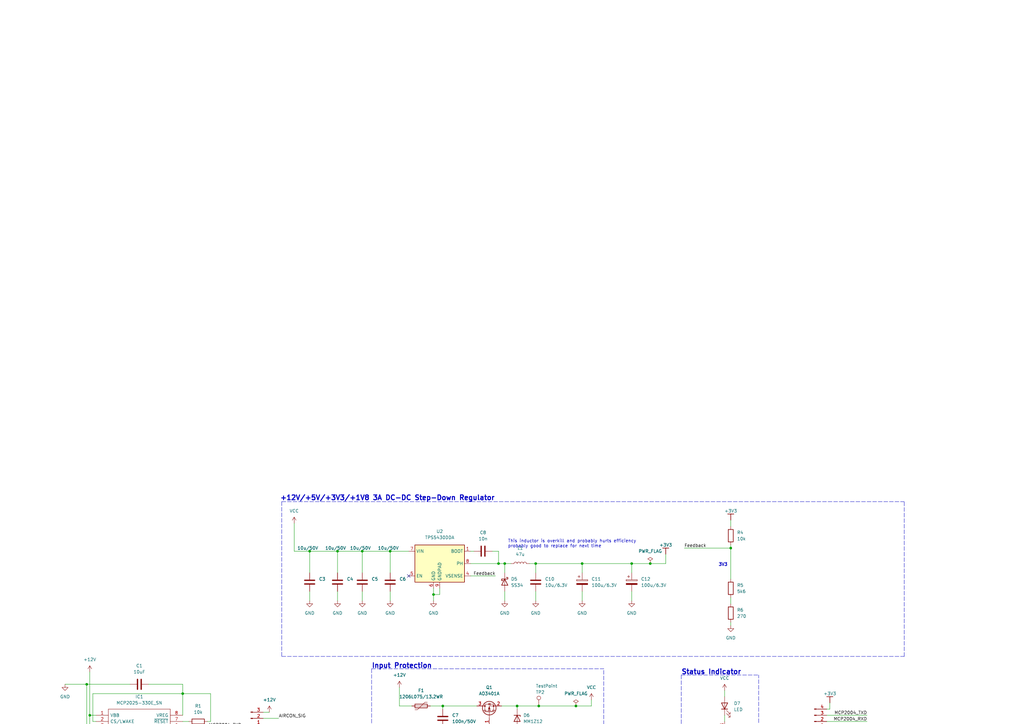
<source format=kicad_sch>
(kicad_sch (version 20230121) (generator eeschema)
  (paper "A3")
  (lib_symbols
    (symbol "Connector:Conn_01x03_Pin" (pin_names (offset 1.016) hide)
      (property "Reference" "J" (at 0 5.08 0))
      (property "Value" "Conn_01x03_Pin" (at 0 -5.08 0))
      (symbol "Conn_01x03_Pin_1_1"
        (polyline (pts (xy 1.27 -2.54) (xy 0.8636 -2.54)) (stroke (width 0.1524)))
        (polyline (pts (xy 1.27 0) (xy 0.8636 0)) (stroke (width 0.1524)))
        (polyline (pts (xy 1.27 2.54) (xy 0.8636 2.54)) (stroke (width 0.1524)))
        (rectangle (start 0.8636 -2.413) (end 0 -2.667) (stroke (width 0.1524)) (fill (type outline)))
        (rectangle (start 0.8636 0.127) (end 0 -0.127) (stroke (width 0.1524)) (fill (type outline)))
        (rectangle (start 0.8636 2.667) (end 0 2.413) (stroke (width 0.1524)) (fill (type outline)))
        (pin passive line (at 5.08 2.54 180) (length 3.81) (name "Pin_1") (number "1"))
        (pin passive line (at 5.08 0 180) (length 3.81) (name "Pin_2") (number "2"))
        (pin passive line (at 5.08 -2.54 180) (length 3.81) (name "Pin_3") (number "3"))
      )
    )
    (symbol "Connector:Conn_01x04_Pin" (pin_names (offset 1.016) hide)
      (property "Reference" "J" (at 0 5.08 0))
      (property "Value" "Conn_01x04_Pin" (at 0 -7.62 0))
      (symbol "Conn_01x04_Pin_1_1"
        (polyline (pts (xy 1.27 -5.08) (xy 0.8636 -5.08)) (stroke (width 0.1524)))
        (polyline (pts (xy 1.27 -2.54) (xy 0.8636 -2.54)) (stroke (width 0.1524)))
        (polyline (pts (xy 1.27 0) (xy 0.8636 0)) (stroke (width 0.1524)))
        (polyline (pts (xy 1.27 2.54) (xy 0.8636 2.54)) (stroke (width 0.1524)))
        (rectangle (start 0.8636 -4.953) (end 0 -5.207) (stroke (width 0.1524)) (fill (type outline)))
        (rectangle (start 0.8636 -2.413) (end 0 -2.667) (stroke (width 0.1524)) (fill (type outline)))
        (rectangle (start 0.8636 0.127) (end 0 -0.127) (stroke (width 0.1524)) (fill (type outline)))
        (rectangle (start 0.8636 2.667) (end 0 2.413) (stroke (width 0.1524)) (fill (type outline)))
        (pin passive line (at 5.08 2.54 180) (length 3.81) (name "Pin_1") (number "1"))
        (pin passive line (at 5.08 0 180) (length 3.81) (name "Pin_2") (number "2"))
        (pin passive line (at 5.08 -2.54 180) (length 3.81) (name "Pin_3") (number "3"))
        (pin passive line (at 5.08 -5.08 180) (length 3.81) (name "Pin_4") (number "4"))
      )
    )
    (symbol "Connector:TestPoint" (pin_numbers hide) (pin_names (offset 0.762) hide)
      (property "Reference" "TP" (at 0 6.858 0))
      (property "Value" "TestPoint" (at 0 5.08 0))
      (symbol "TestPoint_0_1"
        (circle (center 0 3.302) (radius 0.762))
      )
      (symbol "TestPoint_1_1"
        (pin passive line (at 0 0 90) (length 2.54) (name "1") (number "1"))
      )
    )
    (symbol "Device:C" (pin_numbers hide) (pin_names (offset 0.254))
      (property "Reference" "C" (at 0.635 2.54 0))
      (property "Value" "C" (at 0.635 -2.54 0))
      (symbol "C_0_1"
        (polyline (pts (xy -2.032 -0.762) (xy 2.032 -0.762)) (stroke (width 0.508)))
        (polyline (pts (xy -2.032 0.762) (xy 2.032 0.762)) (stroke (width 0.508)))
      )
      (symbol "C_1_1"
        (pin passive line (at 0 3.81 270) (length 2.794) (name "~") (number "1"))
        (pin passive line (at 0 -3.81 90) (length 2.794) (name "~") (number "2"))
      )
    )
    (symbol "Device:C_Polarized" (pin_numbers hide) (pin_names (offset 0.254))
      (property "Reference" "C" (at 0.635 2.54 0))
      (property "Value" "C_Polarized" (at 0.635 -2.54 0))
      (symbol "C_Polarized_0_1"
        (rectangle (start -2.286 0.508) (end 2.286 1.016))
        (polyline (pts (xy -1.778 2.286) (xy -0.762 2.286)))
        (polyline (pts (xy -1.27 2.794) (xy -1.27 1.778)))
        (rectangle (start 2.286 -0.508) (end -2.286 -1.016) (fill (type outline)))
      )
      (symbol "C_Polarized_1_1"
        (pin passive line (at 0 3.81 270) (length 2.794) (name "~") (number "1"))
        (pin passive line (at 0 -3.81 90) (length 2.794) (name "~") (number "2"))
      )
    )
    (symbol "Device:D_Schottky" (pin_numbers hide) (pin_names (offset 1.016) hide)
      (property "Reference" "D" (at 0 2.54 0))
      (property "Value" "D_Schottky" (at 0 -2.54 0))
      (symbol "D_Schottky_0_1"
        (polyline (pts (xy 1.27 0) (xy -1.27 0)))
        (polyline (pts (xy 1.27 1.27) (xy 1.27 -1.27) (xy -1.27 0) (xy 1.27 1.27)) (stroke (width 0.254)))
        (polyline (pts (xy -1.905 0.635) (xy -1.905 1.27) (xy -1.27 1.27) (xy -1.27 -1.27) (xy -0.635 -1.27) (xy -0.635 -0.635)) (stroke (width 0.254)))
      )
      (symbol "D_Schottky_1_1"
        (pin passive line (at -3.81 0 0) (length 2.54) (name "K") (number "1"))
        (pin passive line (at 3.81 0 180) (length 2.54) (name "A") (number "2"))
      )
    )
    (symbol "Device:D_Zener" (pin_numbers hide) (pin_names (offset 1.016) hide)
      (property "Reference" "D" (at 0 2.54 0))
      (property "Value" "D_Zener" (at 0 -2.54 0))
      (symbol "D_Zener_0_1"
        (polyline (pts (xy 1.27 0) (xy -1.27 0)))
        (polyline (pts (xy -1.27 -1.27) (xy -1.27 1.27) (xy -0.762 1.27)) (stroke (width 0.254)))
        (polyline (pts (xy 1.27 -1.27) (xy 1.27 1.27) (xy -1.27 0) (xy 1.27 -1.27)) (stroke (width 0.254)))
      )
      (symbol "D_Zener_1_1"
        (pin passive line (at -3.81 0 0) (length 2.54) (name "K") (number "1"))
        (pin passive line (at 3.81 0 180) (length 2.54) (name "A") (number "2"))
      )
    )
    (symbol "Device:L" (pin_numbers hide) (pin_names (offset 1.016) hide)
      (property "Reference" "L" (at -1.27 0 90))
      (property "Value" "L" (at 1.905 0 90))
      (symbol "L_0_1"
        (arc (start 0 -2.54) (mid 0.6323 -1.905) (end 0 -1.27))
        (arc (start 0 -1.27) (mid 0.6323 -0.635) (end 0 0))
        (arc (start 0 0) (mid 0.6323 0.635) (end 0 1.27))
        (arc (start 0 1.27) (mid 0.6323 1.905) (end 0 2.54))
      )
      (symbol "L_1_1"
        (pin passive line (at 0 3.81 270) (length 1.27) (name "1") (number "1"))
        (pin passive line (at 0 -3.81 90) (length 1.27) (name "2") (number "2"))
      )
    )
    (symbol "Device:LED" (pin_numbers hide) (pin_names (offset 1.016) hide)
      (property "Reference" "D" (at 0 2.54 0))
      (property "Value" "LED" (at 0 -2.54 0))
      (symbol "LED_0_1"
        (polyline (pts (xy -1.27 -1.27) (xy -1.27 1.27)) (stroke (width 0.254)))
        (polyline (pts (xy -1.27 0) (xy 1.27 0)))
        (polyline (pts (xy 1.27 -1.27) (xy 1.27 1.27) (xy -1.27 0) (xy 1.27 -1.27)) (stroke (width 0.254)))
        (polyline (pts (xy -3.048 -0.762) (xy -4.572 -2.286) (xy -3.81 -2.286) (xy -4.572 -2.286) (xy -4.572 -1.524)))
        (polyline (pts (xy -1.778 -0.762) (xy -3.302 -2.286) (xy -2.54 -2.286) (xy -3.302 -2.286) (xy -3.302 -1.524)))
      )
      (symbol "LED_1_1"
        (pin passive line (at -3.81 0 0) (length 2.54) (name "K") (number "1"))
        (pin passive line (at 3.81 0 180) (length 2.54) (name "A") (number "2"))
      )
    )
    (symbol "Device:Polyfuse" (pin_numbers hide) (pin_names (offset 0))
      (property "Reference" "F" (at -2.54 0 90))
      (property "Value" "Polyfuse" (at 2.54 0 90))
      (symbol "Polyfuse_0_1"
        (rectangle (start -0.762 2.54) (end 0.762 -2.54) (stroke (width 0.254)))
        (polyline (pts (xy 0 2.54) (xy 0 -2.54)))
        (polyline (pts (xy -1.524 2.54) (xy -1.524 1.524) (xy 1.524 -1.524) (xy 1.524 -2.54)))
      )
      (symbol "Polyfuse_1_1"
        (pin passive line (at 0 3.81 270) (length 1.27) (name "~") (number "1"))
        (pin passive line (at 0 -3.81 90) (length 1.27) (name "~") (number "2"))
      )
    )
    (symbol "Device:R" (pin_numbers hide) (pin_names (offset 0))
      (property "Reference" "R" (at 2.032 0 90))
      (property "Value" "R" (at 0 0 90))
      (symbol "R_0_1"
        (rectangle (start -1.016 -2.54) (end 1.016 2.54) (stroke (width 0.254)))
      )
      (symbol "R_1_1"
        (pin passive line (at 0 3.81 270) (length 1.27) (name "~") (number "1"))
        (pin passive line (at 0 -3.81 90) (length 1.27) (name "~") (number "2"))
      )
    )
    (symbol "Diode:ESD9B3.3ST5G" (pin_numbers hide) (pin_names (offset 1.016) hide)
      (property "Reference" "D" (at 0 2.54 0))
      (property "Value" "ESD9B3.3ST5G" (at 0 -2.54 0))
      (symbol "ESD9B3.3ST5G_0_1"
        (polyline (pts (xy 1.27 0) (xy -1.27 0)))
        (polyline (pts (xy -2.54 -1.27) (xy 0 0) (xy -2.54 1.27) (xy -2.54 -1.27)) (stroke (width 0.2032)))
        (polyline (pts (xy 0.508 1.27) (xy 0 1.27) (xy 0 -1.27) (xy -0.508 -1.27)) (stroke (width 0.2032)))
        (polyline (pts (xy 2.54 1.27) (xy 2.54 -1.27) (xy 0 0) (xy 2.54 1.27)) (stroke (width 0.2032)))
      )
      (symbol "ESD9B3.3ST5G_1_1"
        (pin passive line (at -3.81 0 0) (length 2.54) (name "A1") (number "1"))
        (pin passive line (at 3.81 0 180) (length 2.54) (name "A2") (number "2"))
      )
    )
    (symbol "Regulator_Switching:TPS5430DDA"
      (property "Reference" "U" (at -10.16 8.89 0))
      (property "Value" "TPS5430DDA" (at -1.27 8.89 0))
      (symbol "TPS5430DDA_0_1"
        (rectangle (start -10.16 7.62) (end 10.16 -7.62) (stroke (width 0.254)) (fill (type background)))
      )
      (symbol "TPS5430DDA_1_1"
        (pin input line (at 12.7 5.08 180) (length 2.54) (name "BOOT") (number "1"))
        (pin no_connect line (at -10.16 2.54 0) (length 2.54) hide (name "NC") (number "2"))
        (pin no_connect line (at -10.16 -2.54 0) (length 2.54) hide (name "NC") (number "3"))
        (pin input line (at 12.7 -5.08 180) (length 2.54) (name "VSENSE") (number "4"))
        (pin input line (at -12.7 -5.08 0) (length 2.54) (name "EN") (number "5"))
        (pin power_in line (at -2.54 -10.16 90) (length 2.54) (name "GND") (number "6"))
        (pin power_in line (at -12.7 5.08 0) (length 2.54) (name "VIN") (number "7"))
        (pin output line (at 12.7 0 180) (length 2.54) (name "PH") (number "8"))
        (pin power_in line (at 0 -10.16 90) (length 2.54) (name "GNDPAD") (number "9"))
      )
    )
    (symbol "SamacSys:MCP2025-330E_SN" (pin_names (offset 0.762))
      (property "Reference" "IC" (at 31.75 7.62 0))
      (property "Value" "MCP2025-330E_SN" (at 31.75 5.08 0))
      (symbol "MCP2025-330E_SN_0_0"
        (pin passive line (at 0 0 0) (length 5.08) (name "VBB") (number "1"))
        (pin passive line (at 0 -2.54 0) (length 5.08) (name "CS/LWAKE") (number "2"))
        (pin passive line (at 0 -5.08 0) (length 5.08) (name "VSS") (number "3"))
        (pin passive line (at 0 -7.62 0) (length 5.08) (name "LBUS") (number "4"))
        (pin passive line (at 35.56 -7.62 180) (length 5.08) (name "RXD") (number "5"))
        (pin passive line (at 35.56 -5.08 180) (length 5.08) (name "TXD") (number "6"))
        (pin passive line (at 35.56 -2.54 180) (length 5.08) (name "~{RESET}") (number "7"))
        (pin passive line (at 35.56 0 180) (length 5.08) (name "VREG") (number "8"))
      )
      (symbol "MCP2025-330E_SN_0_1"
        (polyline (pts (xy 5.08 2.54) (xy 30.48 2.54) (xy 30.48 -10.16) (xy 5.08 -10.16) (xy 5.08 2.54)) (stroke (width 0.1524)))
      )
    )
    (symbol "Transistor_BJT:MMBT3904" (pin_names (offset 0) hide)
      (property "Reference" "Q" (at 5.08 1.905 0))
      (property "Value" "MMBT3904" (at 5.08 0 0))
      (symbol "MMBT3904_0_1"
        (polyline (pts (xy 0.635 0.635) (xy 2.54 2.54)))
        (polyline (pts (xy 0.635 -0.635) (xy 2.54 -2.54) (xy 2.54 -2.54)))
        (polyline (pts (xy 0.635 1.905) (xy 0.635 -1.905) (xy 0.635 -1.905)) (stroke (width 0.508)))
        (polyline (pts (xy 1.27 -1.778) (xy 1.778 -1.27) (xy 2.286 -2.286) (xy 1.27 -1.778) (xy 1.27 -1.778)) (fill (type outline)))
        (circle (center 1.27 0) (radius 2.8194) (stroke (width 0.254)))
      )
      (symbol "MMBT3904_1_1"
        (pin input line (at -5.08 0 0) (length 5.715) (name "B") (number "1"))
        (pin passive line (at 2.54 -5.08 90) (length 2.54) (name "E") (number "2"))
        (pin passive line (at 2.54 5.08 270) (length 2.54) (name "C") (number "3"))
      )
    )
    (symbol "Transistor_FET:AO3401A" (pin_names hide)
      (property "Reference" "Q" (at 5.08 1.905 0))
      (property "Value" "AO3401A" (at 5.08 0 0))
      (symbol "AO3401A_0_1"
        (polyline (pts (xy 0.254 0) (xy -2.54 0)))
        (polyline (pts (xy 0.254 1.905) (xy 0.254 -1.905)) (stroke (width 0.254)))
        (polyline (pts (xy 0.762 -1.27) (xy 0.762 -2.286)) (stroke (width 0.254)))
        (polyline (pts (xy 0.762 0.508) (xy 0.762 -0.508)) (stroke (width 0.254)))
        (polyline (pts (xy 0.762 2.286) (xy 0.762 1.27)) (stroke (width 0.254)))
        (polyline (pts (xy 2.54 2.54) (xy 2.54 1.778)))
        (polyline (pts (xy 2.54 -2.54) (xy 2.54 0) (xy 0.762 0)))
        (polyline (pts (xy 0.762 1.778) (xy 3.302 1.778) (xy 3.302 -1.778) (xy 0.762 -1.778)))
        (polyline (pts (xy 2.286 0) (xy 1.27 0.381) (xy 1.27 -0.381) (xy 2.286 0)) (fill (type outline)))
        (polyline (pts (xy 2.794 -0.508) (xy 2.921 -0.381) (xy 3.683 -0.381) (xy 3.81 -0.254)))
        (polyline (pts (xy 3.302 -0.381) (xy 2.921 0.254) (xy 3.683 0.254) (xy 3.302 -0.381)))
        (circle (center 1.651 0) (radius 2.794) (stroke (width 0.254)))
        (circle (center 2.54 -1.778) (radius 0.254) (fill (type outline)))
        (circle (center 2.54 1.778) (radius 0.254) (fill (type outline)))
      )
      (symbol "AO3401A_1_1"
        (pin input line (at -5.08 0 0) (length 2.54) (name "G") (number "1"))
        (pin passive line (at 2.54 -5.08 90) (length 2.54) (name "S") (number "2"))
        (pin passive line (at 2.54 5.08 270) (length 2.54) (name "D") (number "3"))
      )
    )
    (symbol "esp-aircon-altium-import:+3V3" (power)
      (property "Reference" "#PWR" (at 0 0 0))
      (property "Value" "+3V3" (at 0 3.81 0))
      (symbol "+3V3_0_0"
        (polyline (pts (xy -1.27 -2.54) (xy 1.27 -2.54)) (stroke (width 0.254)))
        (polyline (pts (xy 0 0) (xy 0 -2.54)) (stroke (width 0.254)))
        (pin power_in line (at 0 0 0) (length 0) hide (name "+3V3") (number ""))
      )
    )
    (symbol "mcp2003:TJA1028TK_5V0_20_J" (pin_names (offset 0.254))
      (property "Reference" "U" (at 20.32 10.16 0))
      (property "Value" "TJA1028TK/5V0/20/J" (at 20.32 7.62 0))
      (symbol "TJA1028TK_5V0_20_J_0_1"
        (polyline (pts (xy 7.62 -15.24) (xy 33.02 -15.24)) (stroke (width 0.127)))
        (polyline (pts (xy 7.62 5.08) (xy 7.62 -15.24)) (stroke (width 0.127)))
        (polyline (pts (xy 33.02 -15.24) (xy 33.02 5.08)) (stroke (width 0.127)))
        (polyline (pts (xy 33.02 5.08) (xy 7.62 5.08)) (stroke (width 0.127)))
        (pin power_in line (at 0 0 0) (length 7.62) (name "VBAT") (number "1"))
        (pin input line (at 0 -2.54 0) (length 7.62) (name "EN") (number "2"))
        (pin power_in line (at 0 -5.08 0) (length 7.62) (name "GND") (number "3"))
        (pin unspecified line (at 0 -7.62 0) (length 7.62) (name "LIN") (number "4"))
        (pin output line (at 40.64 -10.16 180) (length 7.62) (name "RXD") (number "5"))
        (pin input line (at 40.64 -7.62 180) (length 7.62) (name "TXD") (number "6"))
        (pin output line (at 40.64 -5.08 180) (length 7.62) (name "RSTN") (number "7"))
        (pin power_in line (at 40.64 -2.54 180) (length 7.62) (name "VCC") (number "8"))
        (pin unspecified line (at 40.64 0 180) (length 7.62) (name "EPAD") (number "9"))
      )
    )
    (symbol "power:+12V" (power) (pin_names (offset 0))
      (property "Value" "+12V" (at 0 3.556 0))
      (symbol "+12V_0_1"
        (polyline (pts (xy -0.762 1.27) (xy 0 2.54)))
        (polyline (pts (xy 0 0) (xy 0 2.54)))
        (polyline (pts (xy 0 2.54) (xy 0.762 1.27)))
      )
      (symbol "+12V_1_1"
        (pin power_in line (at 0 0 90) (length 0) hide (name "+12V") (number "1"))
      )
    )
    (symbol "power:GND" (power) (pin_names (offset 0))
      (property "Value" "GND" (at 0 -3.81 0))
      (symbol "GND_0_1"
        (polyline (pts (xy 0 0) (xy 0 -1.27) (xy 1.27 -1.27) (xy 0 -2.54) (xy -1.27 -1.27) (xy 0 -1.27)))
      )
      (symbol "GND_1_1"
        (pin power_in line (at 0 0 270) (length 0) hide (name "GND") (number "1"))
      )
    )
    (symbol "power:PWR_FLAG" (power) (pin_numbers hide) (pin_names (offset 0) hide)
      (property "Value" "PWR_FLAG" (at 0 3.81 0))
      (symbol "PWR_FLAG_0_0"
        (pin power_out line (at 0 0 90) (length 0) (name "pwr") (number "1"))
      )
      (symbol "PWR_FLAG_0_1"
        (polyline (pts (xy 0 0) (xy 0 1.27) (xy -1.016 1.905) (xy 0 2.54) (xy 1.016 1.905) (xy 0 1.27)))
      )
    )
    (symbol "power:VCC" (power) (pin_names (offset 0))
      (property "Value" "VCC" (at 0 3.81 0))
      (symbol "VCC_0_1"
        (polyline (pts (xy -0.762 1.27) (xy 0 2.54)))
        (polyline (pts (xy 0 0) (xy 0 2.54)))
        (polyline (pts (xy 0 2.54) (xy 0.762 1.27)))
      )
      (symbol "VCC_1_1"
        (pin power_in line (at 0 0 90) (length 0) hide (name "VCC") (number "1"))
      )
    )
  )
  (junction (at 200.66 299.72) (diameter 0.9144))
  (junction (at 34.29 300.99))
  (junction (at 219.71 231.14) (diameter 0.9144))
  (junction (at 177.8 243.84) (diameter 0.9144))
  (junction (at 148.59 226.06) (diameter 0.9144))
  (junction (at 220.98 289.56) (diameter 0.9144))
  (junction (at 127 226.06) (diameter 0.9144))
  (junction (at 31.75 300.99))
  (junction (at 181.61 289.56) (diameter 0.9144))
  (junction (at 181.61 299.72) (diameter 0.9144))
  (junction (at 31.75 331.47))
  (junction (at 35.56 280.67))
  (junction (at 138.43 226.06) (diameter 0.9144))
  (junction (at 299.72 224.79) (diameter 0.9144))
  (junction (at 236.22 289.56) (diameter 0.9144))
  (junction (at 212.09 299.72) (diameter 0.9144))
  (junction (at 160.02 226.06) (diameter 0.9144))
  (junction (at 212.09 289.56) (diameter 0.9144))
  (junction (at 266.7 231.14) (diameter 0.9144))
  (junction (at 207.01 231.14) (diameter 0.9144))
  (junction (at 74.93 284.48))
  (junction (at 36.83 293.37))
  (junction (at 259.08 231.14) (diameter 0.9144))
  (junction (at 238.76 231.14) (diameter 0.9144))
  (junction (at 204.47 231.14) (diameter 0.9144))
  (no_connect (at 77.47 331.47))
  (no_connect (at 167.64 236.22))
  (wire (pts (xy 74.93 300.99) (xy 99.06 300.99)))
  (wire (pts (xy 181.61 298.45) (xy 181.61 299.72)))
  (wire (pts (xy 160.02 226.06) (xy 167.64 226.06)))
  (wire (pts (xy 259.08 242.57) (xy 259.08 246.38)))
  (wire (pts (xy 299.72 245.11) (xy 299.72 247.65)))
  (wire (pts (xy 200.66 297.18) (xy 200.66 299.72)))
  (wire (pts (xy 34.29 300.99) (xy 39.37 300.99)))
  (wire (pts (xy 201.93 226.06) (xy 204.47 226.06)))
  (wire (pts (xy 163.83 289.56) (xy 168.91 289.56)))
  (wire (pts (xy 138.43 226.06) (xy 148.59 226.06)))
  (wire (pts (xy 340.36 290.83) (xy 340.36 288.29)))
  (wire (pts (xy 181.61 299.72) (xy 170.18 299.72)))
  (wire (pts (xy 60.96 280.67) (xy 74.93 280.67)))
  (wire (pts (xy 176.53 289.56) (xy 181.61 289.56)))
  (wire (pts (xy 31.75 311.15) (xy 31.75 331.47)))
  (wire (pts (xy 299.72 215.9) (xy 299.72 213.36)))
  (wire (pts (xy 212.09 309.88) (xy 212.09 311.15)))
  (wire (pts (xy 36.83 293.37) (xy 39.37 293.37)))
  (wire (pts (xy 180.34 241.3) (xy 180.34 243.84)))
  (wire (pts (xy 259.08 231.14) (xy 259.08 234.95)))
  (wire (pts (xy 127 226.06) (xy 138.43 226.06)))
  (wire (pts (xy 212.09 289.56) (xy 212.09 290.83)))
  (wire (pts (xy 77.47 326.39) (xy 83.82 326.39)))
  (wire (pts (xy 138.43 226.06) (xy 138.43 234.95)))
  (wire (pts (xy 217.17 231.14) (xy 219.71 231.14)))
  (wire (pts (xy 205.74 289.56) (xy 212.09 289.56)))
  (wire (pts (xy 181.61 299.72) (xy 181.61 300.99)))
  (wire (pts (xy 242.57 287.02) (xy 242.57 289.56)))
  (wire (pts (xy 101.6 334.01) (xy 77.47 334.01)))
  (wire (pts (xy 38.1 295.91) (xy 38.1 284.48)))
  (wire (pts (xy 148.59 226.06) (xy 160.02 226.06)))
  (wire (pts (xy 238.76 231.14) (xy 259.08 231.14)))
  (polyline (pts (xy 279.4 276.86) (xy 311.15 276.86)) (stroke (width 0) (type dash)))
  (wire (pts (xy 74.93 284.48) (xy 86.36 284.48)))
  (wire (pts (xy 35.56 280.67) (xy 35.56 298.45)))
  (wire (pts (xy 200.66 299.72) (xy 212.09 299.72)))
  (wire (pts (xy 340.36 298.45) (xy 340.36 300.99)))
  (polyline (pts (xy 115.57 205.74) (xy 115.57 269.24)) (stroke (width 0) (type dash)))
  (wire (pts (xy 204.47 231.14) (xy 207.01 231.14)))
  (wire (pts (xy 35.56 298.45) (xy 39.37 298.45)))
  (wire (pts (xy 200.66 299.72) (xy 200.66 302.26)))
  (polyline (pts (xy 152.4 274.32) (xy 247.65 274.32)) (stroke (width 0) (type dash)))
  (wire (pts (xy 148.59 242.57) (xy 148.59 246.38)))
  (wire (pts (xy 74.93 280.67) (xy 74.93 284.48)))
  (wire (pts (xy 114.3 294.64) (xy 107.95 294.64)))
  (wire (pts (xy 299.72 223.52) (xy 299.72 224.79)))
  (wire (pts (xy 77.47 328.93) (xy 88.9 328.93)))
  (wire (pts (xy 177.8 243.84) (xy 177.8 246.38)))
  (wire (pts (xy 85.09 295.91) (xy 86.36 295.91)))
  (wire (pts (xy 339.09 290.83) (xy 340.36 290.83)))
  (wire (pts (xy 297.18 293.37) (xy 297.18 295.91)))
  (wire (pts (xy 127 242.57) (xy 127 246.38)))
  (wire (pts (xy 36.83 275.59) (xy 36.83 293.37)))
  (wire (pts (xy 238.76 242.57) (xy 238.76 246.38)))
  (polyline (pts (xy 115.57 269.24) (xy 370.84 269.24)) (stroke (width 0) (type dash)))
  (wire (pts (xy 212.09 299.72) (xy 212.09 302.26)))
  (wire (pts (xy 280.67 224.79) (xy 299.72 224.79)))
  (wire (pts (xy 31.75 300.99) (xy 34.29 300.99)))
  (wire (pts (xy 19.05 300.99) (xy 31.75 300.99)))
  (wire (pts (xy 177.8 241.3) (xy 177.8 243.84)))
  (polyline (pts (xy 370.84 269.24) (xy 370.84 205.74)) (stroke (width 0) (type dash)))
  (wire (pts (xy 31.75 300.99) (xy 31.75 303.53)))
  (wire (pts (xy 120.65 226.06) (xy 127 226.06)))
  (wire (pts (xy 26.67 280.67) (xy 35.56 280.67)))
  (wire (pts (xy 53.34 280.67) (xy 35.56 280.67)))
  (wire (pts (xy 238.76 231.14) (xy 238.76 234.95)))
  (wire (pts (xy 77.47 336.55) (xy 101.6 336.55)))
  (wire (pts (xy 207.01 234.95) (xy 207.01 231.14)))
  (wire (pts (xy 273.05 227.33) (xy 273.05 231.14)))
  (wire (pts (xy 259.08 231.14) (xy 266.7 231.14)))
  (wire (pts (xy 299.72 255.27) (xy 299.72 256.54)))
  (wire (pts (xy 74.93 284.48) (xy 74.93 293.37)))
  (polyline (pts (xy 247.65 320.04) (xy 247.65 274.32)) (stroke (width 0) (type dash)))
  (wire (pts (xy 86.36 295.91) (xy 86.36 284.48)))
  (wire (pts (xy 34.29 334.01) (xy 36.83 334.01)))
  (wire (pts (xy 193.04 231.14) (xy 204.47 231.14)))
  (wire (pts (xy 36.83 326.39) (xy 36.83 293.37)))
  (wire (pts (xy 207.01 242.57) (xy 207.01 246.38)))
  (wire (pts (xy 181.61 289.56) (xy 195.58 289.56)))
  (wire (pts (xy 107.95 292.1) (xy 110.49 292.1)))
  (wire (pts (xy 339.09 293.37) (xy 355.6 293.37)))
  (polyline (pts (xy 152.4 274.32) (xy 152.4 320.04)) (stroke (width 0) (type dash)))
  (wire (pts (xy 138.43 242.57) (xy 138.43 246.38)))
  (polyline (pts (xy 152.4 320.04) (xy 247.65 320.04)) (stroke (width 0) (type dash)))
  (wire (pts (xy 180.34 243.84) (xy 177.8 243.84)))
  (wire (pts (xy 299.72 224.79) (xy 299.72 237.49)))
  (wire (pts (xy 212.09 289.56) (xy 220.98 289.56)))
  (wire (pts (xy 163.83 281.94) (xy 163.83 289.56)))
  (wire (pts (xy 38.1 284.48) (xy 74.93 284.48)))
  (wire (pts (xy 160.02 226.06) (xy 160.02 234.95)))
  (wire (pts (xy 120.65 214.63) (xy 120.65 226.06)))
  (polyline (pts (xy 115.57 205.74) (xy 370.84 205.74)) (stroke (width 0) (type dash)))
  (polyline (pts (xy 311.15 323.85) (xy 311.15 276.86)) (stroke (width 0) (type dash)))
  (wire (pts (xy 31.75 331.47) (xy 31.75 342.9)))
  (wire (pts (xy 34.29 300.99) (xy 34.29 334.01)))
  (wire (pts (xy 127 226.06) (xy 127 234.95)))
  (wire (pts (xy 297.18 283.21) (xy 297.18 285.75)))
  (wire (pts (xy 200.66 309.88) (xy 200.66 311.15)))
  (wire (pts (xy 107.95 297.18) (xy 110.49 297.18)))
  (wire (pts (xy 39.37 295.91) (xy 38.1 295.91)))
  (wire (pts (xy 207.01 231.14) (xy 209.55 231.14)))
  (wire (pts (xy 99.06 298.45) (xy 74.93 298.45)))
  (wire (pts (xy 219.71 242.57) (xy 219.71 246.38)))
  (wire (pts (xy 339.09 298.45) (xy 340.36 298.45)))
  (wire (pts (xy 339.09 295.91) (xy 355.6 295.91)))
  (wire (pts (xy 219.71 231.14) (xy 238.76 231.14)))
  (wire (pts (xy 280.67 300.99) (xy 289.56 300.99)))
  (wire (pts (xy 220.98 289.56) (xy 236.22 289.56)))
  (wire (pts (xy 74.93 295.91) (xy 77.47 295.91)))
  (wire (pts (xy 35.56 328.93) (xy 36.83 328.93)))
  (wire (pts (xy 204.47 226.06) (xy 204.47 231.14)))
  (wire (pts (xy 31.75 331.47) (xy 36.83 331.47)))
  (polyline (pts (xy 279.4 323.85) (xy 311.15 323.85)) (stroke (width 0) (type dash)))
  (wire (pts (xy 297.18 316.23) (xy 297.18 317.5)))
  (wire (pts (xy 212.09 298.45) (xy 212.09 299.72)))
  (wire (pts (xy 266.7 231.14) (xy 273.05 231.14)))
  (wire (pts (xy 148.59 226.06) (xy 148.59 234.95)))
  (wire (pts (xy 181.61 289.56) (xy 181.61 290.83)))
  (wire (pts (xy 160.02 242.57) (xy 160.02 246.38)))
  (wire (pts (xy 193.04 226.06) (xy 194.31 226.06)))
  (wire (pts (xy 297.18 306.07) (xy 297.18 308.61)))
  (wire (pts (xy 193.04 236.22) (xy 203.2 236.22)))
  (wire (pts (xy 236.22 289.56) (xy 242.57 289.56)))
  (polyline (pts (xy 279.4 276.86) (xy 279.4 323.85)) (stroke (width 0) (type dash)))
  (wire (pts (xy 219.71 231.14) (xy 219.71 234.95)))
  (text "Input Protection" (at 152.4 274.32 0) (effects (font (size 2 2) (thickness 0.4) bold) (justify left bottom)))
  (text "This inductor is overkill and probably hurts efficiency\nprobably good to replace for next time" (at 208.28 224.79 0) (effects (font (size 1.27 1.27)) (justify left bottom)))
  (text "3V3" (at 294.64 232.41 0) (effects (font (size 1.27 1.27) (thickness 0.254) bold) (justify left bottom)))
  (text "Status Indicator" (at 279.4 276.86 0) (effects (font (size 2 2) (thickness 0.4) bold) (justify left bottom)))
  (text "This chip didn't work RX worked but TX didnt and had to use MCP2025, \nhowever this could be because EN was tied to 12V instead of 3.3V" (at 26.67 313.69 0) (effects (font (size 1.27 1.27)) (justify left bottom)))
  (text "+12V/+5V/+3V3/+1V8 3A DC-DC Step-Down Regulator" (at 114.808 205.486 0) (effects (font (size 2 2) (thickness 0.4) bold) (justify left bottom)))
  (label "MCP2004_RXD" (at 99.06 300.99 180))
  (label "MCP2004_RXD" (at 355.6 295.91 180))
  (label "AIRCON_SIG" (at 114.3 294.64 0))
  (label "MCP2004_TXD" (at 99.06 298.45 180))
  (label "Feedback" (at 280.67 224.79 0))
  (label "AIRCON_SIG" (at 19.05 300.99 0))
  (label "Feedback" (at 280.67 300.99 0))
  (label "Feedback" (at 203.2 236.22 180))
  (label "MCP2004_TXD" (at 355.6 293.37 180))
  (label "MCP2004_TXD" (at 101.6 334.01 180))
  (label "MCP2004_RXD" (at 101.6 336.55 180))
  (symbol (lib_id "power:GND") (at 299.72 256.54 0) (unit 1)
    (property "Reference" "#PWR030" (effects hide))
    (property "Value" "GND" (at 299.72 261.62 0))
  )
  (symbol (lib_id "power:GND") (at 177.8 246.38 0) (unit 1)
    (property "Reference" "#PWR017" (effects hide))
    (property "Value" "GND" (at 177.8 251.46 0))
  )
  (symbol (lib_id "power:GND") (at 297.18 317.5 0) (unit 1)
    (property "Reference" "#PWR028" (effects hide))
    (property "Value" "GND" (at 297.18 322.58 0))
  )
  (symbol (lib_id "Device:C") (at 212.09 306.07 0) (unit 1)
    (property "Reference" "C9" (at 215.9 304.7999 0) (effects (justify left)))
    (property "Value" "4n7/50V" (at 215.9 307.3399 0) (effects (justify left)))
    (property "Footprint" "Capacitor_SMD:C_0402_1005Metric" (effects hide))
    (property "Datasheet" "https://datasheet.lcsc.com/lcsc/1811031110_FH-Guangdong-Fenghua-Advanced-Tech-0402B472K500NT_C1538.pdf" (effects hide))
    (property "MPN" "0402B472K500NT" (effects hide))
    (property "Manufacturer" "FH(Guangdong Fenghua Advanced Tech)" (effects hide))
    (property "Notes" "4.7nF ±10% 50V X7R 0402 Multilayer Ceramic Capacitors MLCC - SMD/SMT RoHS" (effects hide))
    (property "LCSC" "C1538" (effects hide))
    (property "JLC" "0402" (effects hide))
  )
  (symbol (lib_id "power:GND") (at 259.08 246.38 0) (unit 1)
    (property "Reference" "#PWR025" (effects hide))
    (property "Value" "GND" (at 259.08 251.46 0))
  )
  (symbol (lib_id "power:GND") (at 212.09 311.15 0) (unit 1)
    (property "Reference" "#PWR021" (effects hide))
    (property "Value" "GND" (at 212.09 316.23 0))
  )
  (symbol (lib_id "Device:R") (at 297.18 312.42 0) (unit 1)
    (property "Reference" "R3" (at 299.72 311.1499 0) (effects (justify left)))
    (property "Value" "10k" (at 299.72 313.6899 0) (effects (justify left)))
    (property "Footprint" "Resistor_SMD:R_0603_1608Metric" (effects hide))
    (property "Datasheet" "https://datasheet.lcsc.com/lcsc/2110260030_UNI-ROYAL-Uniroyal-Elec-0603WAF1002T5E_C25804.pdf" (effects hide))
    (property "MPN" "0603WAF1002T5E" (effects hide))
    (property "Manufacturer" "UNI-ROYAL(Uniroyal Elec)" (effects hide))
    (property "Notes" "±1% 1/10W Thick Film Resistors 75V ±100ppm/℃ -55℃~+155℃ 10kΩ 0603 Chip Resistor - Surface Mount ROHS" (effects hide))
    (property "LCSC" "C25804" (effects hide))
    (property "JLC" "0603" (effects hide))
  )
  (symbol (lib_id "Connector:Conn_01x04_Pin") (at 334.01 295.91 0) (mirror x) (unit 1)
    (property "Reference" "J1" (at 334.645 303.53 0))
    (property "Value" "Conn_01x04_Pin" (effects hide))
    (property "Footprint" "Connector_PinHeader_2.54mm:PinHeader_1x04_P2.54mm_Vertical" (effects hide))
  )
  (symbol (lib_id "SamacSys:MCP2025-330E_SN") (at 39.37 293.37 0) (unit 1)
    (property "Reference" "IC1" (at 57.15 285.75 0))
    (property "Value" "MCP2025-330E_SN" (at 57.15 288.29 0))
    (property "Footprint" "SOIC127P600X175-8N" (effects hide))
    (property "Datasheet" "https://ww1.microchip.com/downloads/en/DeviceDoc/20002306B.pdf" (effects hide))
    (property "Description" "Microchip MCP2025-330E/SN, LIN Transceiver 20kBd 1-channel SAE J2602, 8-Pin SOIC" (effects hide))
    (property "Height" "1.75" (effects hide))
    (property "Manufacturer_Name" "Microchip" (effects hide))
    (property "Manufacturer_Part_Number" "MCP2025-330E/SN" (effects hide))
    (property "Mouser Part Number" "579-MCP2025-330E/SN" (effects hide))
    (property "Mouser Price/Stock" "https://www.mouser.co.uk/ProductDetail/Microchip-Technology/MCP2025-330E-SN?qs=X98pPdo4MruYQQ%2FRiyJD%2Fg%3D%3D" (effects hide))
    (property "Arrow Part Number" "MCP2025-330E/SN" (effects hide))
    (property "Arrow Price/Stock" "https://www.arrow.com/en/products/mcp2025-330esn/microchip-technology" (effects hide))
  )
  (symbol (lib_id "Device:D_Schottky") (at 207.01 238.76 270) (unit 1)
    (property "Reference" "D5" (at 209.55 237.4899 90) (effects (justify left)))
    (property "Value" "SS34" (at 209.55 240.0299 90) (effects (justify left)))
    (property "Footprint" "Diode_SMD:D_SMA" (effects hide))
    (property "Datasheet" "https://datasheet.lcsc.com/lcsc/2105061435_MDD-Microdiode-Electronics-SS34_C8678.pdf" (effects hide))
    (property "MPN" "SS34" (effects hide))
    (property "Manufacturer" "MDD(Microdiode Electronics)" (effects hide))
    (property "LCSC" "C8678" (effects hide))
    (property "Notes" "40V 3A 550mV @ 3A SMA(DO-214AC) Schottky Barrier Diodes (SBD) RoHS" (effects hide))
    (property "JLC" "SMA,DO-214AC" (effects hide))
  )
  (symbol (lib_id "Diode:ESD9B3.3ST5G") (at 31.75 307.34 90) (unit 1)
    (property "Reference" "D1" (effects hide))
    (property "Value" "PESD1IVN24" (effects hide))
    (property "Footprint" "Diode_SMD:D_SOD-323" (effects hide))
    (property "Datasheet" "https://www.onsemi.com/pub/Collateral/ESD9B-D.PDF" (effects hide))
  )
  (symbol (lib_id "power:+12V") (at 163.83 281.94 0) (unit 1)
    (property "Reference" "#PWR016" (effects hide))
    (property "Value" "+12V" (at 163.83 276.86 0))
  )
  (symbol (lib_id "Device:C") (at 219.71 238.76 0) (unit 1)
    (property "Reference" "C10" (at 223.52 237.4899 0) (effects (justify left)))
    (property "Value" "10u/6.3V" (at 223.52 240.0299 0) (effects (justify left)))
    (property "Footprint" "Capacitor_SMD:C_0402_1005Metric" (effects hide))
    (property "Datasheet" "https://datasheet.lcsc.com/lcsc/1810191215_Samsung-Electro-Mechanics-CL05A106MQ5NUNC_C15525.pdf" (effects hide))
    (property "MPN" "CL05A106MQ5NUNC" (effects hide))
    (property "Manufacturer" "Samsung Electro-Mechanics" (effects hide))
    (property "Notes" "10uF ±20% 6.3V X5R 0402 Multilayer Ceramic Capacitors MLCC - SMD/SMT RoHS" (effects hide))
    (property "LCSC" "C15525" (effects hide))
    (property "JLC" "0402" (effects hide))
  )
  (symbol (lib_id "Device:R") (at 299.72 241.3 0) (unit 1)
    (property "Reference" "R5" (at 302.26 240.0299 0) (effects (justify left)))
    (property "Value" "5k6" (at 302.26 242.5699 0) (effects (justify left)))
    (property "Footprint" "Resistor_SMD:R_0603_1608Metric" (effects hide))
    (property "Datasheet" "https://datasheet.lcsc.com/lcsc/1810301112_UNI-ROYAL-Uniroyal-Elec-0402WGF5601TCE_C25908.pdf" (effects hide))
    (property "MPN" "0402WGF5601TCE" (effects hide))
    (property "Manufacturer" "UNI-ROYAL(Uniroyal Elec)" (effects hide))
    (property "Notes" "5.6kΩ ±1% 1/16W ±100ppm/℃ 0402 Chip Resistor - Surface Mount RoHS" (effects hide))
    (property "LCSC" "C25908" (effects hide))
    (property "JLC" "0402" (effects hide))
  )
  (symbol (lib_id "power:PWR_FLAG") (at 266.7 231.14 0) (unit 1)
    (property "Reference" "#FLG03" (effects hide))
    (property "Value" "PWR_FLAG" (at 266.7 226.06 0))
  )
  (symbol (lib_id "power:GND") (at 340.36 300.99 0) (unit 1)
    (property "Reference" "#PWR032" (effects hide))
    (property "Value" "GND" (at 340.36 306.07 0))
  )
  (symbol (lib_id "power:GND") (at 83.82 326.39 0) (unit 1)
    (property "Reference" "#PWR06" (effects hide))
    (property "Value" "GND" (at 83.82 331.47 0))
  )
  (symbol (lib_id "Device:C_Polarized") (at 238.76 238.76 0) (unit 1)
    (property "Reference" "C11" (at 242.57 237.4899 0) (effects (justify left)))
    (property "Value" "100u/6.3V" (at 242.57 240.0299 0) (effects (justify left)))
    (property "Footprint" "Capacitor_Tantalum_SMD:CP_EIA-3528-21_Kemet-B" (effects hide))
    (property "Datasheet" "https://datasheet.lcsc.com/szlcsc/AVX-TAJB107K006RNJ_C16133.pdf" (effects hide))
    (property "LCSC" "C16133" (effects hide))
    (property "Notes" "Tantalum Capacitors 100uF 6.3V CASE-B_3528 RoHS" (effects hide))
    (property "MPN" "TAJB107K006RNJ" (effects hide))
    (property "Manufacturer" "AVX" (effects hide))
    (property "JLC" "CASE-B_3528" (effects hide))
  )
  (symbol (lib_id "power:GND") (at 31.75 342.9 0) (unit 1)
    (property "Reference" "#PWR05" (effects hide))
    (property "Value" "GND" (at 31.75 347.98 0))
  )
  (symbol (lib_id "power:GND") (at 200.66 311.15 0) (unit 1)
    (property "Reference" "#PWR019" (effects hide))
    (property "Value" "GND" (at 200.66 316.23 0))
  )
  (symbol (lib_id "mcp2003:TJA1028TK_5V0_20_J") (at 36.83 326.39 0) (unit 1) (in_bom no) (dnp yes)
    (property "Reference" "U1" (at 57.15 316.23 0) (effects (font (size 1.524 1.524))))
    (property "Value" "TJA1028TK/5V0/20/J" (at 57.15 318.77 0) (effects (font (size 1.524 1.524))))
    (property "Footprint" "HVSON8_3X3_NXP" (effects hide))
    (property "Datasheet" "TJA1028TK/5V0/20/J" (effects hide))
  )
  (symbol (lib_id "power:GND") (at 238.76 246.38 0) (unit 1)
    (property "Reference" "#PWR023" (effects hide))
    (property "Value" "GND" (at 238.76 251.46 0))
  )
  (symbol (lib_id "esp-aircon-altium-import:+3V3") (at 299.72 213.36 180) (unit 1)
    (property "Reference" "#PWR03" (effects hide))
    (property "Value" "+3V3" (at 299.72 209.55 0))
  )
  (symbol (lib_id "power:VCC") (at 297.18 283.21 0) (unit 1)
    (property "Reference" "#PWR027" (effects hide))
    (property "Value" "VCC" (at 297.18 278.13 0))
  )
  (symbol (lib_id "power:GND") (at 181.61 300.99 0) (unit 1)
    (property "Reference" "#PWR018" (effects hide))
    (property "Value" "GND" (at 181.61 306.07 0))
  )
  (symbol (lib_id "Device:C") (at 181.61 294.64 0) (unit 1)
    (property "Reference" "C7" (at 185.42 293.3699 0) (effects (justify left)))
    (property "Value" "100n/50V" (at 185.42 295.9099 0) (effects (justify left)))
    (property "Footprint" "Capacitor_SMD:C_0603_1608Metric" (effects hide))
    (property "Datasheet" "https://datasheet.lcsc.com/lcsc/1809301912_YAGEO-CC0603KRX7R9BB104_C14663.pdf" (effects hide))
    (property "MPN" "CC0603KRX7R9BB104" (effects hide))
    (property "Manufacturer" "YAGEO" (effects hide))
    (property "Notes" "100nF ±10% 50V X7R 0603 Multilayer Ceramic Capacitors MLCC - SMD/SMT RoHS" (effects hide))
    (property "LCSC" "C14663" (effects hide))
    (property "JLC" "0603" (effects hide))
  )
  (symbol (lib_id "Device:D_Zener") (at 212.09 294.64 270) (unit 1)
    (property "Reference" "D6" (at 214.63 293.3699 90) (effects (justify left)))
    (property "Value" "MM1Z12" (at 214.63 295.9099 90) (effects (justify left)))
    (property "Footprint" "Diode_SMD:D_MiniMELF" (effects hide))
    (property "Datasheet" "https://datasheet.lcsc.com/lcsc/1809301122_ST-Semtech-ZMM5V6_C8062.pdf" (effects hide))
    (property "LCSC" "C8062" (effects hide))
    (property "MPN" "ZMM5V6" (effects hide))
    (property "Manufacturer" "ST(Semtech)" (effects hide))
    (property "Notes" "5.6V 500mW <100nA @ 1V LL-34 Zener Diodes RoHS" (effects hide))
    (property "JLC" "LL-34" (effects hide))
  )
  (symbol (lib_id "Device:L") (at 213.36 231.14 90) (unit 1)
    (property "Reference" "L1" (at 213.36 224.79 90))
    (property "Value" "47u" (at 213.36 227.33 90))
    (property "Footprint" "tps5430:L_Sunlord_MWSA1004S_10x11.5x4mm" (effects hide))
    (property "Datasheet" "https://datasheet.lcsc.com/szlcsc/1912111437_Sunlord-MWSA1004S-470MT_C408491.pdf" (effects hide))
    (property "LCSC" "C408491" (effects hide))
    (property "MPN" "MWSA1004S-470MT" (effects hide))
    (property "Manufacturer" "Sunlord" (effects hide))
    (property "Notes" "47uH ±20% 3.3A 145mΩ SMD,10x11.5x4.0mm Power Inductors RoHS" (effects hide))
    (property "JLC" "SMD_10x11.5x4.0mm" (effects hide))
  )
  (symbol (lib_id "Device:C") (at 198.12 226.06 90) (unit 1)
    (property "Reference" "C8" (at 198.12 218.44 90))
    (property "Value" "10n" (at 198.12 220.98 90))
    (property "Footprint" "Capacitor_SMD:C_0402_1005Metric" (effects hide))
    (property "Datasheet" "https://datasheet.lcsc.com/szlcsc/Samsung-Electro-Mechanics-CL05B103KB5NNNC_C15195.pdf" (effects hide))
    (property "MPN" "CL05B103KB5NNNC" (effects hide))
    (property "Manufacturer" "Samsung Electro-Mechanics" (effects hide))
    (property "Notes" "Multilayer Ceramic Capacitors MLCC - SMD/SMT 10nF 50V 0402 RoHS" (effects hide))
    (property "LCSC" "C15195" (effects hide))
    (property "JLC" "0402" (effects hide))
  )
  (symbol (lib_id "power:PWR_FLAG") (at 170.18 299.72 180) (unit 1)
    (property "Reference" "#FLG01" (effects hide))
    (property "Value" "PWR_FLAG" (at 158.75 300.7994 0) (effects (justify right)))
  )
  (symbol (lib_id "power:GND") (at 127 246.38 0) (unit 1)
    (property "Reference" "#PWR011" (effects hide))
    (property "Value" "GND" (at 127 251.46 0))
  )
  (symbol (lib_id "esp-aircon-altium-import:+3V3") (at 35.56 328.93 180) (unit 1)
    (property "Reference" "#PWR04" (effects hide))
    (property "Value" "+3V3" (at 35.56 325.12 0))
  )
  (symbol (lib_id "esp-aircon-altium-import:+3V3") (at 340.36 288.29 180) (unit 1)
    (property "Reference" "#PWR031" (effects hide))
    (property "Value" "+3V3" (at 340.36 284.48 0))
  )
  (symbol (lib_id "Transistor_FET:AO3401A") (at 200.66 292.1 90) (unit 1)
    (property "Reference" "Q1" (at 200.66 281.94 90))
    (property "Value" "AO3401A" (at 200.66 284.48 90))
    (property "Footprint" "Package_TO_SOT_SMD:SOT-23" (effects hide))
    (property "Datasheet" "http://www.aosmd.com/pdfs/datasheet/AO3401A.pdf" (effects hide))
    (property "MPN" "AO3401A" (effects hide))
    (property "Manufacturer" "Alpha & Omega Semicon" (effects hide))
    (property "Notes" "MOSFET P Trench 30V 4A 1.3V @ 250uA 44 m? @ 4.3A,10V SOT-23-3L RoHS" (effects hide))
    (property "LCSC" "C15127" (effects hide))
    (property "JLC" "SOT-23-3L" (effects hide))
  )
  (symbol (lib_id "power:GND") (at 138.43 246.38 0) (unit 1)
    (property "Reference" "#PWR012" (effects hide))
    (property "Value" "GND" (at 138.43 251.46 0))
  )
  (symbol (lib_id "Device:C") (at 160.02 238.76 0) (unit 1)
    (property "Reference" "C6" (at 163.83 237.4899 0) (effects (justify left)))
    (property "Value" "10u/50V" (at 154.94 224.7899 0) (effects (justify left)))
    (property "Footprint" "Capacitor_SMD:C_1206_3216Metric" (effects hide))
    (property "Datasheet" "https://datasheet.lcsc.com/lcsc/1810221112_Samsung-Electro-Mechanics-CL31A106KBHNNNE_C13585.pdf" (effects hide))
    (property "MPN" "CL31A106KBHNNNE" (effects hide))
    (property "Manufacturer" "Samsung Electro-Mechanics" (effects hide))
    (property "Notes" "10uF ±10% 50V X5R 1206 Multilayer Ceramic Capacitors MLCC - SMD/SMT RoHS" (effects hide))
    (property "LCSC" "C13585" (effects hide))
    (property "JLC" "1206" (effects hide))
  )
  (symbol (lib_id "Device:R") (at 200.66 306.07 0) (unit 1)
    (property "Reference" "R2" (at 203.2 304.7999 0) (effects (justify left)))
    (property "Value" "100k" (at 203.2 307.3399 0) (effects (justify left)))
    (property "Footprint" "Resistor_SMD:R_0402_1005Metric" (effects hide))
    (property "Datasheet" "https://datasheet.lcsc.com/lcsc/1810111814_UNI-ROYAL-Uniroyal-Elec-0402WGF1003TCE_C25741.pdf" (effects hide))
    (property "MPN" "0402WGF1003TCE" (effects hide))
    (property "Manufacturer" "UNI-ROYAL(Uniroyal Elec)" (effects hide))
    (property "Notes" "100kΩ ±1% 1/16W ±100ppm/℃ 0402 Chip Resistor - Surface Mount RoHS" (effects hide))
    (property "LCSC" "C25741" (effects hide))
    (property "JLC" "0402" (effects hide))
  )
  (symbol (lib_id "Device:R") (at 299.72 219.71 0) (unit 1)
    (property "Reference" "R4" (at 302.26 218.4399 0) (effects (justify left)))
    (property "Value" "10k" (at 302.26 220.9799 0) (effects (justify left)))
    (property "Footprint" "Resistor_SMD:R_0402_1005Metric" (effects hide))
    (property "Datasheet" "https://datasheet.lcsc.com/lcsc/1809301717_UNI-ROYAL-Uniroyal-Elec-0402WGF1002TCE_C25744.pdf" (effects hide))
    (property "MPN" "0402WGF1002TCE" (effects hide))
    (property "Manufacturer" "UNI-ROYAL(Uniroyal Elec)" (effects hide))
    (property "Notes" "10kΩ ±1% 1/16W ±100ppm/℃ 0402 Chip Resistor - Surface Mount RoHS" (effects hide))
    (property "LCSC" "C25744" (effects hide))
    (property "JLC" "0402" (effects hide))
  )
  (symbol (lib_id "Device:C") (at 138.43 238.76 0) (unit 1)
    (property "Reference" "C4" (at 142.24 237.4899 0) (effects (justify left)))
    (property "Value" "10u/50V" (at 133.35 224.7899 0) (effects (justify left)))
    (property "Footprint" "Capacitor_SMD:C_1206_3216Metric" (effects hide))
    (property "Datasheet" "https://datasheet.lcsc.com/lcsc/1810221112_Samsung-Electro-Mechanics-CL31A106KBHNNNE_C13585.pdf" (effects hide))
    (property "MPN" "CL31A106KBHNNNE" (effects hide))
    (property "Manufacturer" "Samsung Electro-Mechanics" (effects hide))
    (property "Notes" "10uF ±10% 50V X5R 1206 Multilayer Ceramic Capacitors MLCC - SMD/SMT RoHS" (effects hide))
    (property "LCSC" "C13585" (effects hide))
    (property "JLC" "1206" (effects hide))
  )
  (symbol (lib_id "power:GND") (at 160.02 246.38 0) (unit 1)
    (property "Reference" "#PWR015" (effects hide))
    (property "Value" "GND" (at 160.02 251.46 0))
  )
  (symbol (lib_id "power:VCC") (at 120.65 214.63 0) (unit 1)
    (property "Reference" "#PWR010" (effects hide))
    (property "Value" "VCC" (at 120.65 209.55 0))
  )
  (symbol (lib_id "Device:R") (at 81.28 295.91 90) (unit 1)
    (property "Reference" "R1" (at 81.28 289.56 90))
    (property "Value" "10k" (at 81.28 292.1 90))
    (property "Footprint" "Resistor_SMD:R_0402_1005Metric" (effects hide))
  )
  (symbol (lib_id "Device:C") (at 148.59 238.76 0) (unit 1)
    (property "Reference" "C5" (at 152.4 237.4899 0) (effects (justify left)))
    (property "Value" "10u/50V" (at 143.51 224.7899 0) (effects (justify left)))
    (property "Footprint" "Capacitor_SMD:C_1206_3216Metric" (effects hide))
    (property "Datasheet" "https://datasheet.lcsc.com/lcsc/1810221112_Samsung-Electro-Mechanics-CL31A106KBHNNNE_C13585.pdf" (effects hide))
    (property "MPN" "CL31A106KBHNNNE" (effects hide))
    (property "Manufacturer" "Samsung Electro-Mechanics" (effects hide))
    (property "Notes" "10uF ±10% 50V X5R 1206 Multilayer Ceramic Capacitors MLCC - SMD/SMT RoHS" (effects hide))
    (property "LCSC" "C13585" (effects hide))
    (property "JLC" "1206" (effects hide))
  )
  (symbol (lib_id "power:+12V") (at 110.49 292.1 0) (unit 1)
    (property "Reference" "#PWR08" (effects hide))
    (property "Value" "+12V" (at 110.49 287.02 0))
  )
  (symbol (lib_id "Connector:Conn_01x03_Pin") (at 102.87 294.64 0) (mirror x) (unit 1)
    (property "Reference" "J2" (at 103.505 302.26 0))
    (property "Value" "Conn_01x03_Pin" (effects hide))
    (property "Footprint" "Connector_PinHeader_2.54mm:PinHeader_1x03_P2.54mm_Vertical" (effects hide))
  )
  (symbol (lib_id "Device:C_Polarized") (at 259.08 238.76 0) (unit 1)
    (property "Reference" "C12" (at 262.89 237.4899 0) (effects (justify left)))
    (property "Value" "100u/6.3V" (at 262.89 240.0299 0) (effects (justify left)))
    (property "Footprint" "Capacitor_Tantalum_SMD:CP_EIA-3528-21_Kemet-B" (effects hide))
    (property "Datasheet" "https://datasheet.lcsc.com/szlcsc/AVX-TAJB107K006RNJ_C16133.pdf" (effects hide))
    (property "LCSC" "C16133" (effects hide))
    (property "Notes" "Tantalum Capacitors 100uF 6.3V CASE-B_3528 RoHS" (effects hide))
    (property "MPN" "TAJB107K006RNJ" (effects hide))
    (property "Manufacturer" "AVX" (effects hide))
    (property "JLC" "CASE-B_3528" (effects hide))
  )
  (symbol (lib_id "Connector:TestPoint") (at 88.9 328.93 0) (unit 1)
    (property "Reference" "TP1" (at 91.44 324.358 0) (effects (justify left)))
    (property "Value" "TestPoint" (at 91.44 326.898 0) (effects (justify left)))
    (property "Footprint" "TestPoint:TestPoint_Pad_D1.5mm" (effects hide))
  )
  (symbol (lib_id "Transistor_BJT:MMBT3904") (at 294.64 300.99 0) (unit 1)
    (property "Reference" "Q2" (at 299.72 299.7199 0) (effects (justify left)))
    (property "Value" "MMBT3904" (at 299.72 302.2599 0) (effects (justify left)))
    (property "Footprint" "Package_TO_SOT_SMD:SOT-23" (effects hide))
    (property "Datasheet" "https://www.onsemi.com/pub/Collateral/2N3903-D.PDF" (effects hide))
    (property "MPN" "MMBT3904" (effects hide))
    (property "Manufacturer" "Changjiang Electronics Tech (CJ)" (effects hide))
    (property "Notes" "Transistors (NPN/PNP) NPN 200mA 40V SOT-23(SOT-23-3) RoHS" (effects hide))
    (property "LCSC" "C20526" (effects hide))
    (property "JLC" "SOT-23-3" (effects hide))
  )
  (symbol (lib_id "Device:LED") (at 297.18 289.56 90) (unit 1)
    (property "Reference" "D7" (at 300.99 288.4804 90) (effects (justify right)))
    (property "Value" "LED" (at 300.99 291.0204 90) (effects (justify right)))
    (property "Footprint" "LED_SMD:LED_0603_1608Metric" (effects hide))
    (property "Datasheet" "https://datasheet.lcsc.com/lcsc/1811101510_Everlight-Elec-19-217-GHC-YR1S2-3T_C72043.pdf" (effects hide))
    (property "MPN" "19-217/GHC-YR1S2/3T" (effects hide))
    (property "Manufacturer" "Everlight Elec" (effects hide))
    (property "Notes" "Green 520~535nm 0603 Light Emitting Diodes (LED) RoHS" (effects hide))
    (property "LCSC" "C72043" (effects hide))
    (property "JLC" "LED_0603" (effects hide))
  )
  (symbol (lib_id "power:GND") (at 219.71 246.38 0) (unit 1)
    (property "Reference" "#PWR022" (effects hide))
    (property "Value" "GND" (at 219.71 251.46 0))
  )
  (symbol (lib_id "power:VCC") (at 242.57 287.02 0) (unit 1)
    (property "Reference" "#PWR024" (effects hide))
    (property "Value" "VCC" (at 242.57 281.94 0))
  )
  (symbol (lib_id "Connector:TestPoint") (at 220.98 289.56 0) (unit 1)
    (property "Reference" "TP2" (at 219.71 283.9084 0) (effects (justify left)))
    (property "Value" "TestPoint" (at 219.71 281.3684 0) (effects (justify left)))
    (property "Footprint" "TestPoint:TestPoint_Pad_D1.5mm" (effects hide))
  )
  (symbol (lib_id "Device:C") (at 57.15 280.67 90) (unit 1)
    (property "Reference" "C1" (at 57.15 273.05 90))
    (property "Value" "10uF" (at 57.15 275.59 90))
    (property "Footprint" "Capacitor_SMD:C_1206_3216Metric" (effects hide))
  )
  (symbol (lib_id "power:+12V") (at 36.83 275.59 0) (unit 1)
    (property "Reference" "#PWR01" (effects hide))
    (property "Value" "+12V" (at 36.83 270.51 0))
  )
  (symbol (lib_id "power:PWR_FLAG") (at 236.22 289.56 0) (unit 1)
    (property "Reference" "#FLG02" (effects hide))
    (property "Value" "PWR_FLAG" (at 236.22 284.48 0))
  )
  (symbol (lib_id "Device:Polyfuse") (at 172.72 289.56 90) (unit 1)
    (property "Reference" "F1" (at 172.72 283.21 90))
    (property "Value" "1206L075/13.2WR" (at 172.72 285.75 90))
    (property "Footprint" "Fuse:Fuse_1206_3216Metric" (effects hide))
    (property "Datasheet" "https://datasheet.lcsc.com/szlcsc/1810111821_Littelfuse-1206L300SLTHYR_C207041.pdf" (effects hide))
    (property "MPN" "1206L300SLTHYR" (effects hide))
    (property "Manufacturer" "Littelfuse" (effects hide))
    (property "Notes" "Polymeric 6V 6A 4s 20mΩ 1206 PTC Resettable Fuses RoHS" (effects hide))
    (property "LCSC" "C207041" (effects hide))
    (property "JLC" "1206" (effects hide))
  )
  (symbol (lib_id "Device:R") (at 299.72 251.46 0) (unit 1)
    (property "Reference" "R6" (at 302.26 250.1899 0) (effects (justify left)))
    (property "Value" "270" (at 302.26 252.7299 0) (effects (justify left)))
    (property "Footprint" "Resistor_SMD:R_0603_1608Metric" (effects hide))
    (property "Datasheet" "https://datasheet.lcsc.com/lcsc/1811081711_UNI-ROYAL-Uniroyal-Elec-0603WAF2700T5E_C22966.pdf" (effects hide))
    (property "MPN" "0603WAF2700T5E" (effects hide))
    (property "Manufacturer" "UNI-ROYAL(Uniroyal Elec)" (effects hide))
    (property "Notes" "270Ω ±1% 0.1W ±100ppm/℃ 0603 Chip Resistor - Surface Mount RoHS" (effects hide))
    (property "LCSC" "C22966" (effects hide))
    (property "JLC" "0603" (effects hide))
  )
  (symbol (lib_id "Device:C") (at 127 238.76 0) (unit 1)
    (property "Reference" "C3" (at 130.81 237.4899 0) (effects (justify left)))
    (property "Value" "10u/50V" (at 121.92 224.7899 0) (effects (justify left)))
    (property "Footprint" "Capacitor_SMD:C_1206_3216Metric" (effects hide))
    (property "Datasheet" "https://datasheet.lcsc.com/lcsc/1810221112_Samsung-Electro-Mechanics-CL31A106KBHNNNE_C13585.pdf" (effects hide))
    (property "MPN" "CL31A106KBHNNNE" (effects hide))
    (property "Manufacturer" "Samsung Electro-Mechanics" (effects hide))
    (property "Notes" "10uF ±10% 50V X5R 1206 Multilayer Ceramic Capacitors MLCC - SMD/SMT RoHS" (effects hide))
    (property "LCSC" "C13585" (effects hide))
    (property "JLC" "1206" (effects hide))
  )
  (symbol (lib_id "power:GND") (at 110.49 297.18 0) (unit 1)
    (property "Reference" "#PWR07" (effects hide))
    (property "Value" "GND" (at 110.49 302.26 0))
  )
  (symbol (lib_id "power:GND") (at 148.59 246.38 0) (unit 1)
    (property "Reference" "#PWR013" (effects hide))
    (property "Value" "GND" (at 148.59 251.46 0))
  )
  (symbol (lib_id "power:GND") (at 207.01 246.38 0) (unit 1)
    (property "Reference" "#PWR020" (effects hide))
    (property "Value" "GND" (at 207.01 251.46 0))
  )
  (symbol (lib_id "esp-aircon-altium-import:+3V3") (at 273.05 227.33 180) (unit 1)
    (property "Reference" "#PWR026" (effects hide))
    (property "Value" "+3V3" (at 273.05 223.52 0))
  )
  (symbol (lib_id "power:GND") (at 26.67 280.67 0) (unit 1)
    (property "Reference" "#PWR02" (effects hide))
    (property "Value" "GND" (at 26.67 285.75 0))
  )
  (symbol (lib_id "Regulator_Switching:TPS5430DDA") (at 180.34 231.14 0) (unit 1)
    (property "Reference" "U2" (at 180.34 217.932 0))
    (property "Value" "TPS5430DDA" (at 180.34 220.472 0))
    (property "Footprint" "Package_SO:TI_SO-PowerPAD-8_ThermalVias" (effects hide))
    (property "Datasheet" "http://www.ti.com/lit/ds/symlink/tps5430.pdf" (effects hide))
    (property "JLC" "LSOP-8_EP_3.9x4.9x1.27P" (effects hide))
    (property "LCSC" "C9864" (effects hide))
    (property "MPN" "TPS5430DDAR" (effects hide))
    (property "Manufacturer" "Texas Instruments" (effects hide))
    (property "Notes" "36V 3A SOP-8_EP_150mil DC-DC Converters RoHS" (effects hide))
  )
)
</source>
